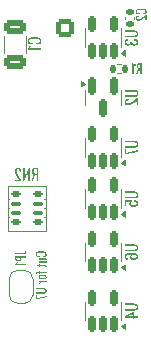
<source format=gbr>
%TF.GenerationSoftware,KiCad,Pcbnew,9.0.2*%
%TF.CreationDate,2025-08-20T10:22:47+06:00*%
%TF.ProjectId,hp3478a-fram,68703334-3738-4612-9d66-72616d2e6b69,rev?*%
%TF.SameCoordinates,Original*%
%TF.FileFunction,Legend,Bot*%
%TF.FilePolarity,Positive*%
%FSLAX46Y46*%
G04 Gerber Fmt 4.6, Leading zero omitted, Abs format (unit mm)*
G04 Created by KiCad (PCBNEW 9.0.2) date 2025-08-20 10:22:47*
%MOMM*%
%LPD*%
G01*
G04 APERTURE LIST*
G04 Aperture macros list*
%AMRoundRect*
0 Rectangle with rounded corners*
0 $1 Rounding radius*
0 $2 $3 $4 $5 $6 $7 $8 $9 X,Y pos of 4 corners*
0 Add a 4 corners polygon primitive as box body*
4,1,4,$2,$3,$4,$5,$6,$7,$8,$9,$2,$3,0*
0 Add four circle primitives for the rounded corners*
1,1,$1+$1,$2,$3*
1,1,$1+$1,$4,$5*
1,1,$1+$1,$6,$7*
1,1,$1+$1,$8,$9*
0 Add four rect primitives between the rounded corners*
20,1,$1+$1,$2,$3,$4,$5,0*
20,1,$1+$1,$4,$5,$6,$7,0*
20,1,$1+$1,$6,$7,$8,$9,0*
20,1,$1+$1,$8,$9,$2,$3,0*%
%AMFreePoly0*
4,1,23,0.500000,-0.750000,0.000000,-0.750000,0.000000,-0.745722,-0.065263,-0.745722,-0.191342,-0.711940,-0.304381,-0.646677,-0.396677,-0.554381,-0.461940,-0.441342,-0.495722,-0.315263,-0.495722,-0.250000,-0.500000,-0.250000,-0.500000,0.250000,-0.495722,0.250000,-0.495722,0.315263,-0.461940,0.441342,-0.396677,0.554381,-0.304381,0.646677,-0.191342,0.711940,-0.065263,0.745722,0.000000,0.745722,
0.000000,0.750000,0.500000,0.750000,0.500000,-0.750000,0.500000,-0.750000,$1*%
%AMFreePoly1*
4,1,23,0.000000,0.745722,0.065263,0.745722,0.191342,0.711940,0.304381,0.646677,0.396677,0.554381,0.461940,0.441342,0.495722,0.315263,0.495722,0.250000,0.500000,0.250000,0.500000,-0.250000,0.495722,-0.250000,0.495722,-0.315263,0.461940,-0.441342,0.396677,-0.554381,0.304381,-0.646677,0.191342,-0.711940,0.065263,-0.745722,0.000000,-0.745722,0.000000,-0.750000,-0.500000,-0.750000,
-0.500000,0.750000,0.000000,0.750000,0.000000,0.745722,0.000000,0.745722,$1*%
G04 Aperture macros list end*
%ADD10C,0.100000*%
%ADD11C,0.150000*%
%ADD12C,0.120000*%
%ADD13RoundRect,0.250000X-0.550000X-0.550000X0.550000X-0.550000X0.550000X0.550000X-0.550000X0.550000X0*%
%ADD14C,1.600000*%
%ADD15RoundRect,0.125000X0.275000X0.125000X-0.275000X0.125000X-0.275000X-0.125000X0.275000X-0.125000X0*%
%ADD16RoundRect,0.100000X0.300000X0.100000X-0.300000X0.100000X-0.300000X-0.100000X0.300000X-0.100000X0*%
%ADD17RoundRect,0.150000X0.150000X-0.512500X0.150000X0.512500X-0.150000X0.512500X-0.150000X-0.512500X0*%
%ADD18RoundRect,0.140000X0.170000X-0.140000X0.170000X0.140000X-0.170000X0.140000X-0.170000X-0.140000X0*%
%ADD19RoundRect,0.150000X-0.150000X0.587500X-0.150000X-0.587500X0.150000X-0.587500X0.150000X0.587500X0*%
%ADD20FreePoly0,90.000000*%
%ADD21FreePoly1,90.000000*%
%ADD22RoundRect,0.135000X0.135000X0.185000X-0.135000X0.185000X-0.135000X-0.185000X0.135000X-0.185000X0*%
%ADD23RoundRect,0.250000X-0.650000X0.325000X-0.650000X-0.325000X0.650000X-0.325000X0.650000X0.325000X0*%
G04 APERTURE END LIST*
D10*
G36*
X67174062Y-71697927D02*
G01*
X67170258Y-71643104D01*
X67159716Y-71598373D01*
X67143353Y-71561935D01*
X67121526Y-71532349D01*
X67094000Y-71508639D01*
X67053336Y-71486036D01*
X67004054Y-71468873D01*
X66944518Y-71457775D01*
X66872813Y-71453782D01*
X66552464Y-71453782D01*
X66476163Y-71457823D01*
X66414632Y-71468898D01*
X66365375Y-71485733D01*
X66326247Y-71507515D01*
X66299938Y-71530647D01*
X66278909Y-71559937D01*
X66263017Y-71596477D01*
X66252707Y-71641830D01*
X66248968Y-71697927D01*
X66253840Y-71759138D01*
X66267153Y-71807041D01*
X66287643Y-71844384D01*
X66315060Y-71873196D01*
X66348972Y-71894959D01*
X66391460Y-71911582D01*
X66444371Y-71922441D01*
X66509917Y-71926392D01*
X66581578Y-71926392D01*
X66581578Y-71806566D01*
X66517782Y-71806566D01*
X66458711Y-71804940D01*
X66421452Y-71800949D01*
X66390833Y-71790835D01*
X66367670Y-71772421D01*
X66357230Y-71755838D01*
X66350179Y-71732171D01*
X66347496Y-71699050D01*
X66350341Y-71665309D01*
X66357931Y-71640431D01*
X66369380Y-71622309D01*
X66394773Y-71601793D01*
X66429854Y-71589239D01*
X66471771Y-71583637D01*
X66533462Y-71581423D01*
X66892939Y-71581423D01*
X66958599Y-71584624D01*
X67001627Y-71592609D01*
X67036284Y-71608047D01*
X67057607Y-71629050D01*
X67069768Y-71657370D01*
X67074411Y-71699050D01*
X67071656Y-71730509D01*
X67064286Y-71753741D01*
X67053113Y-71770711D01*
X67028517Y-71789595D01*
X66994886Y-71800411D01*
X66954548Y-71804814D01*
X66894062Y-71806566D01*
X66826896Y-71806566D01*
X66826896Y-71926392D01*
X66894062Y-71926392D01*
X66963270Y-71922605D01*
X67019600Y-71912177D01*
X67065188Y-71896226D01*
X67101864Y-71875443D01*
X67131874Y-71847241D01*
X67154199Y-71809897D01*
X67168722Y-71761177D01*
X67174062Y-71697927D01*
G37*
G36*
X67172939Y-72130237D02*
G01*
X67168344Y-72097319D01*
X67155663Y-72073046D01*
X67134886Y-72055205D01*
X67108591Y-72043124D01*
X67077558Y-72035492D01*
X67040803Y-72032784D01*
X66516658Y-72032784D01*
X66516658Y-72152658D01*
X67004949Y-72152658D01*
X67039262Y-72155870D01*
X67060392Y-72163845D01*
X67073851Y-72178688D01*
X67078856Y-72204145D01*
X67075190Y-72226893D01*
X67062774Y-72254357D01*
X67038556Y-72288164D01*
X66516658Y-72288164D01*
X66516658Y-72407990D01*
X67164000Y-72407990D01*
X67164000Y-72288164D01*
X67100154Y-72288164D01*
X67133693Y-72246862D01*
X67156027Y-72207204D01*
X67168784Y-72168581D01*
X67172939Y-72130237D01*
G37*
G36*
X67172939Y-72702156D02*
G01*
X67168283Y-72657775D01*
X67155554Y-72623995D01*
X67135544Y-72598301D01*
X67107558Y-72579267D01*
X67069542Y-72566797D01*
X67018382Y-72562156D01*
X66596184Y-72562156D01*
X66596184Y-72493817D01*
X66516658Y-72493817D01*
X66516658Y-72562156D01*
X66327370Y-72562156D01*
X66327370Y-72681981D01*
X66516658Y-72681981D01*
X66516658Y-72786175D01*
X66596184Y-72786175D01*
X66596184Y-72681981D01*
X67010566Y-72681981D01*
X67046314Y-72685644D01*
X67065423Y-72694291D01*
X67076566Y-72710488D01*
X67081103Y-72741381D01*
X67077782Y-72785052D01*
X67166247Y-72785052D01*
X67171341Y-72740987D01*
X67172939Y-72702156D01*
G37*
G36*
X66605123Y-73168806D02*
G01*
X66605123Y-73091528D01*
X66516658Y-73091528D01*
X66516658Y-73168806D01*
X66483050Y-73168806D01*
X66419128Y-73171640D01*
X66374949Y-73178869D01*
X66349247Y-73188126D01*
X66328422Y-73201692D01*
X66311690Y-73219706D01*
X66299949Y-73241439D01*
X66292166Y-73270455D01*
X66289268Y-73308806D01*
X66291224Y-73347897D01*
X66297133Y-73387208D01*
X66384474Y-73387208D01*
X66378856Y-73342414D01*
X66381516Y-73321959D01*
X66388548Y-73308218D01*
X66399617Y-73299281D01*
X66423284Y-73291739D01*
X66462876Y-73288632D01*
X66516658Y-73288632D01*
X66516658Y-73387208D01*
X66605123Y-73387208D01*
X66605123Y-73288632D01*
X67164000Y-73288632D01*
X67164000Y-73168806D01*
X66605123Y-73168806D01*
G37*
G36*
X66993964Y-73443969D02*
G01*
X67042176Y-73452818D01*
X67080953Y-73466311D01*
X67111927Y-73483831D01*
X67137467Y-73507701D01*
X67156321Y-73538776D01*
X67168491Y-73578747D01*
X67172939Y-73630034D01*
X67168511Y-73680672D01*
X67156371Y-73720275D01*
X67137521Y-73751195D01*
X67111927Y-73775066D01*
X67080950Y-73792607D01*
X67042171Y-73806115D01*
X66993961Y-73814973D01*
X66934411Y-73818199D01*
X66746247Y-73818199D01*
X66686667Y-73814972D01*
X66638450Y-73806112D01*
X66599684Y-73792604D01*
X66568731Y-73775066D01*
X66543113Y-73751192D01*
X66524248Y-73720270D01*
X66512101Y-73680668D01*
X66507670Y-73630034D01*
X66596184Y-73630034D01*
X66601345Y-73658993D01*
X66615235Y-73677076D01*
X66636081Y-73688615D01*
X66662813Y-73694954D01*
X66739505Y-73698325D01*
X66942227Y-73698325D01*
X67018431Y-73694954D01*
X67044662Y-73688641D01*
X67065472Y-73677076D01*
X67079324Y-73658998D01*
X67084474Y-73630034D01*
X67079346Y-73600964D01*
X67065472Y-73582407D01*
X67044622Y-73570416D01*
X67018431Y-73563942D01*
X66942227Y-73560572D01*
X66739505Y-73560572D01*
X66662813Y-73563942D01*
X66636122Y-73570443D01*
X66615235Y-73582407D01*
X66601323Y-73600969D01*
X66596184Y-73630034D01*
X66507670Y-73630034D01*
X66512120Y-73578751D01*
X66524299Y-73538781D01*
X66543168Y-73507704D01*
X66568731Y-73483831D01*
X66599681Y-73466314D01*
X66638446Y-73452821D01*
X66686664Y-73443970D01*
X66746247Y-73440746D01*
X66934411Y-73440746D01*
X66993964Y-73443969D01*
G37*
G36*
X66516658Y-73931284D02*
G01*
X66516658Y-74051109D01*
X66608494Y-74051109D01*
X66559538Y-74087103D01*
X66531215Y-74119986D01*
X66514311Y-74156537D01*
X66508794Y-74194480D01*
X66509917Y-74213531D01*
X66642101Y-74213531D01*
X66631788Y-74178080D01*
X66628619Y-74147438D01*
X66632193Y-74119608D01*
X66642639Y-74095366D01*
X66660510Y-74074031D01*
X66691341Y-74051109D01*
X67164000Y-74051109D01*
X67164000Y-73931284D01*
X66516658Y-73931284D01*
G37*
G36*
X67174062Y-74787941D02*
G01*
X67169230Y-74725446D01*
X67156095Y-74676957D01*
X67136009Y-74639539D01*
X67107580Y-74608030D01*
X67072497Y-74583667D01*
X67029617Y-74566168D01*
X66983613Y-74555572D01*
X66927091Y-74548584D01*
X66858256Y-74546043D01*
X66256784Y-74546043D01*
X66256784Y-74666992D01*
X66863825Y-74666992D01*
X66932828Y-74670234D01*
X66983846Y-74678761D01*
X67020678Y-74691074D01*
X67043735Y-74705756D01*
X67060156Y-74725884D01*
X67070590Y-74752586D01*
X67074411Y-74787941D01*
X67070589Y-74823323D01*
X67060153Y-74850040D01*
X67043732Y-74870174D01*
X67020678Y-74884856D01*
X66983846Y-74897170D01*
X66932828Y-74905696D01*
X66863825Y-74908939D01*
X66256784Y-74908939D01*
X66256784Y-75028764D01*
X66858256Y-75028764D01*
X66927089Y-75026217D01*
X66983611Y-75019213D01*
X67029617Y-75008590D01*
X67072537Y-74991159D01*
X67107617Y-74966981D01*
X67136009Y-74935806D01*
X67156071Y-74898753D01*
X67169217Y-74850471D01*
X67174062Y-74787941D01*
G37*
G36*
X66350866Y-75359078D02*
G01*
X66350866Y-75116008D01*
X66256784Y-75116008D01*
X66256784Y-75478904D01*
X66315060Y-75478904D01*
X67164000Y-75310914D01*
X67164000Y-75195533D01*
X66350866Y-75359078D01*
G37*
D11*
G36*
X66478680Y-65515000D02*
G01*
X66320472Y-65515000D01*
X66320472Y-64982978D01*
X66197251Y-64982978D01*
X66048873Y-65515000D01*
X65896222Y-65515000D01*
X66057239Y-64946585D01*
X66016555Y-64927738D01*
X65983274Y-64900777D01*
X65956397Y-64864869D01*
X65935793Y-64818238D01*
X65922216Y-64758336D01*
X65917227Y-64682009D01*
X66069878Y-64682009D01*
X66075917Y-64751733D01*
X66091414Y-64798570D01*
X66113964Y-64828982D01*
X66146064Y-64849883D01*
X66193077Y-64864120D01*
X66260266Y-64869588D01*
X66320472Y-64869588D01*
X66320472Y-64494370D01*
X66250435Y-64494370D01*
X66183501Y-64499744D01*
X66139854Y-64513299D01*
X66106542Y-64537533D01*
X66085266Y-64572100D01*
X66074246Y-64615942D01*
X66069878Y-64682009D01*
X65917227Y-64682009D01*
X65923224Y-64601520D01*
X65939575Y-64538522D01*
X65964597Y-64489479D01*
X65997766Y-64451688D01*
X66039349Y-64423058D01*
X66093263Y-64400967D01*
X66162441Y-64386357D01*
X66250435Y-64380980D01*
X66478680Y-64380980D01*
X66478680Y-65515000D01*
G37*
G36*
X65752790Y-64380980D02*
G01*
X65644957Y-64380980D01*
X65322984Y-65134225D01*
X65322984Y-64380980D01*
X65191337Y-64380980D01*
X65191337Y-65515000D01*
X65292148Y-65515000D01*
X65618334Y-64740811D01*
X65618334Y-65515000D01*
X65752790Y-65515000D01*
X65752790Y-64380980D01*
G37*
G36*
X65044974Y-65408571D02*
G01*
X64756585Y-64959225D01*
X64728558Y-64917215D01*
X64684031Y-64841442D01*
X64657178Y-64787034D01*
X64640741Y-64731978D01*
X64634768Y-64662409D01*
X64638253Y-64608596D01*
X64647557Y-64567995D01*
X64661391Y-64537784D01*
X64682325Y-64514060D01*
X64710436Y-64499594D01*
X64748158Y-64494370D01*
X64787456Y-64499632D01*
X64818723Y-64514529D01*
X64843951Y-64539302D01*
X64863777Y-64576192D01*
X64877363Y-64629067D01*
X64882553Y-64703014D01*
X64882553Y-64740811D01*
X65032396Y-64740811D01*
X65032396Y-64701610D01*
X65027560Y-64620537D01*
X65014196Y-64554283D01*
X64993625Y-64500348D01*
X64966572Y-64456634D01*
X64930655Y-64420758D01*
X64885053Y-64394328D01*
X64827583Y-64377365D01*
X64755180Y-64371210D01*
X64688305Y-64376617D01*
X64633634Y-64391681D01*
X64588844Y-64415349D01*
X64552214Y-64447536D01*
X64523537Y-64487268D01*
X64502166Y-64535361D01*
X64488488Y-64593503D01*
X64483582Y-64663813D01*
X64487818Y-64730266D01*
X64499702Y-64786301D01*
X64517903Y-64837874D01*
X64538170Y-64879419D01*
X64608146Y-64991404D01*
X64868570Y-65388970D01*
X64510144Y-65388970D01*
X64510144Y-65515000D01*
X65044974Y-65515000D01*
X65044974Y-65408571D01*
G37*
G36*
X74927578Y-76162701D02*
G01*
X74921538Y-76084582D01*
X74905119Y-76023971D01*
X74880012Y-75977199D01*
X74844475Y-75937813D01*
X74800621Y-75907359D01*
X74747021Y-75885485D01*
X74689516Y-75872240D01*
X74618863Y-75863505D01*
X74532821Y-75860328D01*
X73780980Y-75860328D01*
X73780980Y-76011515D01*
X74539781Y-76011515D01*
X74626035Y-76015568D01*
X74689807Y-76026226D01*
X74735847Y-76041618D01*
X74764669Y-76059970D01*
X74785195Y-76085130D01*
X74798238Y-76118508D01*
X74803014Y-76162701D01*
X74798237Y-76206928D01*
X74785192Y-76240325D01*
X74764665Y-76265493D01*
X74735847Y-76283846D01*
X74689807Y-76299237D01*
X74626035Y-76309896D01*
X74539781Y-76313948D01*
X73780980Y-76313948D01*
X73780980Y-76463730D01*
X74532821Y-76463730D01*
X74618861Y-76460547D01*
X74689514Y-76451791D01*
X74747021Y-76438512D01*
X74800671Y-76416723D01*
X74844521Y-76386501D01*
X74880012Y-76347532D01*
X74905088Y-76301216D01*
X74921521Y-76240864D01*
X74927578Y-76162701D01*
G37*
G36*
X74611222Y-76926998D02*
G01*
X74915000Y-76926998D01*
X74915000Y-77069819D01*
X74611222Y-77069819D01*
X74611222Y-77197192D01*
X74478171Y-77197192D01*
X74478171Y-77069819D01*
X73780980Y-77069819D01*
X73780980Y-76926998D01*
X73963002Y-76926998D01*
X74478171Y-76926998D01*
X74478171Y-76742228D01*
X73963002Y-76926998D01*
X73780980Y-76926998D01*
X73780980Y-76893415D01*
X74454419Y-76598003D01*
X74611222Y-76598003D01*
X74611222Y-76926998D01*
G37*
G36*
X75642062Y-51141835D02*
G01*
X75638258Y-51087012D01*
X75627716Y-51042281D01*
X75611353Y-51005843D01*
X75589526Y-50976257D01*
X75562000Y-50952547D01*
X75521336Y-50929944D01*
X75472054Y-50912781D01*
X75412518Y-50901683D01*
X75340813Y-50897690D01*
X75020464Y-50897690D01*
X74944163Y-50901731D01*
X74882632Y-50912806D01*
X74833375Y-50929641D01*
X74794247Y-50951423D01*
X74767938Y-50974555D01*
X74746909Y-51003845D01*
X74731017Y-51040385D01*
X74720707Y-51085738D01*
X74716968Y-51141835D01*
X74721840Y-51203046D01*
X74735153Y-51250949D01*
X74755643Y-51288292D01*
X74783060Y-51317104D01*
X74816972Y-51338867D01*
X74859460Y-51355490D01*
X74912371Y-51366349D01*
X74977917Y-51370300D01*
X75049578Y-51370300D01*
X75049578Y-51250474D01*
X74985782Y-51250474D01*
X74926711Y-51248848D01*
X74889452Y-51244857D01*
X74858833Y-51234743D01*
X74835670Y-51216329D01*
X74825230Y-51199746D01*
X74818179Y-51176079D01*
X74815496Y-51142958D01*
X74818341Y-51109217D01*
X74825931Y-51084339D01*
X74837380Y-51066217D01*
X74862773Y-51045701D01*
X74897854Y-51033147D01*
X74939771Y-51027545D01*
X75001462Y-51025331D01*
X75360939Y-51025331D01*
X75426599Y-51028532D01*
X75469627Y-51036517D01*
X75504284Y-51051955D01*
X75525607Y-51072958D01*
X75537768Y-51101278D01*
X75542411Y-51142958D01*
X75539656Y-51174417D01*
X75532286Y-51197649D01*
X75521113Y-51214619D01*
X75496517Y-51233503D01*
X75462886Y-51244319D01*
X75422548Y-51248722D01*
X75362062Y-51250474D01*
X75294896Y-51250474D01*
X75294896Y-51370300D01*
X75362062Y-51370300D01*
X75431270Y-51366513D01*
X75487600Y-51356085D01*
X75533188Y-51340134D01*
X75569864Y-51319351D01*
X75599874Y-51291149D01*
X75622199Y-51253805D01*
X75636722Y-51205085D01*
X75642062Y-51141835D01*
G37*
G36*
X75546856Y-51466629D02*
G01*
X75187380Y-51697341D01*
X75153772Y-51719762D01*
X75093154Y-51755384D01*
X75049627Y-51776866D01*
X75005582Y-51790016D01*
X74949927Y-51794794D01*
X74906877Y-51792006D01*
X74874396Y-51784563D01*
X74850227Y-51773496D01*
X74831248Y-51756748D01*
X74819675Y-51734260D01*
X74815496Y-51704082D01*
X74819706Y-51672644D01*
X74831623Y-51647630D01*
X74851442Y-51627448D01*
X74880953Y-51611587D01*
X74923253Y-51600719D01*
X74982411Y-51596566D01*
X75012648Y-51596566D01*
X75012648Y-51476692D01*
X74981288Y-51476692D01*
X74916430Y-51480561D01*
X74863427Y-51491251D01*
X74820278Y-51507708D01*
X74785307Y-51529351D01*
X74756607Y-51558085D01*
X74735462Y-51594566D01*
X74721892Y-51640542D01*
X74716968Y-51698464D01*
X74721293Y-51751964D01*
X74733345Y-51795702D01*
X74752279Y-51831534D01*
X74778029Y-51860837D01*
X74809814Y-51883779D01*
X74848288Y-51900876D01*
X74894803Y-51911818D01*
X74951050Y-51915743D01*
X75004213Y-51912354D01*
X75049041Y-51902847D01*
X75090299Y-51888286D01*
X75123535Y-51872072D01*
X75213123Y-51816092D01*
X75531176Y-51607753D01*
X75531176Y-51894494D01*
X75632000Y-51894494D01*
X75632000Y-51466629D01*
X75546856Y-51466629D01*
G37*
G36*
X74927578Y-53029597D02*
G01*
X74921538Y-52951478D01*
X74905119Y-52890867D01*
X74880012Y-52844095D01*
X74844475Y-52804709D01*
X74800621Y-52774255D01*
X74747021Y-52752381D01*
X74689516Y-52739136D01*
X74618863Y-52730401D01*
X74532821Y-52727224D01*
X73780980Y-52727224D01*
X73780980Y-52878411D01*
X74539781Y-52878411D01*
X74626035Y-52882464D01*
X74689807Y-52893122D01*
X74735847Y-52908514D01*
X74764669Y-52926866D01*
X74785195Y-52952026D01*
X74798238Y-52985404D01*
X74803014Y-53029597D01*
X74798237Y-53073824D01*
X74785192Y-53107221D01*
X74764665Y-53132389D01*
X74735847Y-53150742D01*
X74689807Y-53166133D01*
X74626035Y-53176792D01*
X74539781Y-53180844D01*
X73780980Y-53180844D01*
X73780980Y-53330626D01*
X74532821Y-53330626D01*
X74618861Y-53327443D01*
X74689514Y-53318687D01*
X74747021Y-53305408D01*
X74800671Y-53283619D01*
X74844521Y-53253397D01*
X74880012Y-53214428D01*
X74905088Y-53168112D01*
X74921521Y-53107760D01*
X74927578Y-53029597D01*
G37*
G36*
X74927578Y-53742115D02*
G01*
X74922188Y-53674511D01*
X74907144Y-53618970D01*
X74883484Y-53573232D01*
X74851313Y-53535607D01*
X74811403Y-53505925D01*
X74763427Y-53483927D01*
X74705770Y-53469911D01*
X74636379Y-53464899D01*
X74598583Y-53464899D01*
X74598583Y-53613276D01*
X74623801Y-53613276D01*
X74681420Y-53618531D01*
X74724781Y-53628975D01*
X74756852Y-53643379D01*
X74781632Y-53665346D01*
X74797220Y-53697062D01*
X74803014Y-53742115D01*
X74796493Y-53789395D01*
X74778884Y-53822406D01*
X74750502Y-53845002D01*
X74714260Y-53858960D01*
X74663580Y-53868615D01*
X74594370Y-53872296D01*
X74531615Y-53867828D01*
X74482887Y-53855712D01*
X74445321Y-53837308D01*
X74415443Y-53810066D01*
X74395546Y-53773230D01*
X74385786Y-53723918D01*
X74384382Y-53702914D01*
X74234600Y-53702914D01*
X74234600Y-53722514D01*
X74227853Y-53774201D01*
X74213434Y-53811245D01*
X74192590Y-53837308D01*
X74164146Y-53855269D01*
X74122327Y-53867563D01*
X74062409Y-53872296D01*
X74006744Y-53868586D01*
X73965601Y-53858762D01*
X73935708Y-53844269D01*
X73913056Y-53822207D01*
X73898501Y-53789903D01*
X73893026Y-53743519D01*
X73898867Y-53697516D01*
X73914509Y-53665393D01*
X73939249Y-53643379D01*
X73971314Y-53629052D01*
X74015455Y-53618577D01*
X74074987Y-53613276D01*
X74098801Y-53613276D01*
X74098801Y-53464899D01*
X74061004Y-53464899D01*
X73991592Y-53469922D01*
X73934077Y-53483954D01*
X73886363Y-53505951D01*
X73846803Y-53535607D01*
X73815004Y-53573179D01*
X73791543Y-53619090D01*
X73776582Y-53675094D01*
X73771210Y-53743519D01*
X73776626Y-53811892D01*
X73791715Y-53867868D01*
X73815398Y-53913778D01*
X73847536Y-53951370D01*
X73887417Y-53981050D01*
X73935371Y-54003047D01*
X73993016Y-54017065D01*
X74062409Y-54022078D01*
X74127431Y-54016778D01*
X74180835Y-54001979D01*
X74224830Y-53978664D01*
X74262262Y-53946215D01*
X74290522Y-53906939D01*
X74310193Y-53859717D01*
X74331437Y-53907118D01*
X74363226Y-53946664D01*
X74406791Y-53979396D01*
X74457089Y-54002144D01*
X74518779Y-54016792D01*
X74594370Y-54022078D01*
X74674427Y-54017157D01*
X74740598Y-54003481D01*
X74795177Y-53982277D01*
X74840078Y-53954178D01*
X74877068Y-53917155D01*
X74904127Y-53870942D01*
X74921363Y-53813543D01*
X74927578Y-53742115D01*
G37*
G36*
X74927578Y-62368100D02*
G01*
X74921538Y-62289981D01*
X74905119Y-62229370D01*
X74880012Y-62182598D01*
X74844475Y-62143212D01*
X74800621Y-62112758D01*
X74747021Y-62090884D01*
X74689516Y-62077639D01*
X74618863Y-62068904D01*
X74532821Y-62065727D01*
X73780980Y-62065727D01*
X73780980Y-62216914D01*
X74539781Y-62216914D01*
X74626035Y-62220967D01*
X74689807Y-62231625D01*
X74735847Y-62247017D01*
X74764669Y-62265369D01*
X74785195Y-62290529D01*
X74798238Y-62323907D01*
X74803014Y-62368100D01*
X74798237Y-62412327D01*
X74785192Y-62445724D01*
X74764665Y-62470892D01*
X74735847Y-62489245D01*
X74689807Y-62504636D01*
X74626035Y-62515295D01*
X74539781Y-62519347D01*
X73780980Y-62519347D01*
X73780980Y-62669129D01*
X74532821Y-62669129D01*
X74618861Y-62665946D01*
X74689514Y-62657190D01*
X74747021Y-62643911D01*
X74800671Y-62622122D01*
X74844521Y-62591900D01*
X74880012Y-62552931D01*
X74905088Y-62506615D01*
X74921521Y-62446263D01*
X74927578Y-62368100D01*
G37*
G36*
X73898583Y-63082022D02*
G01*
X73898583Y-62778184D01*
X73780980Y-62778184D01*
X73780980Y-63231804D01*
X73853825Y-63231804D01*
X74915000Y-63021816D01*
X74915000Y-62877591D01*
X73898583Y-63082022D01*
G37*
G36*
X74927578Y-58066120D02*
G01*
X74921538Y-57988001D01*
X74905119Y-57927390D01*
X74880012Y-57880618D01*
X74844475Y-57841232D01*
X74800621Y-57810778D01*
X74747021Y-57788904D01*
X74689516Y-57775659D01*
X74618863Y-57766924D01*
X74532821Y-57763747D01*
X73780980Y-57763747D01*
X73780980Y-57914934D01*
X74539781Y-57914934D01*
X74626035Y-57918987D01*
X74689807Y-57929645D01*
X74735847Y-57945037D01*
X74764669Y-57963389D01*
X74785195Y-57988549D01*
X74798238Y-58021927D01*
X74803014Y-58066120D01*
X74798237Y-58110347D01*
X74785192Y-58143744D01*
X74764665Y-58168912D01*
X74735847Y-58187265D01*
X74689807Y-58202656D01*
X74626035Y-58213315D01*
X74539781Y-58217367D01*
X73780980Y-58217367D01*
X73780980Y-58367149D01*
X74532821Y-58367149D01*
X74618861Y-58363966D01*
X74689514Y-58355210D01*
X74747021Y-58341931D01*
X74800671Y-58320142D01*
X74844521Y-58289920D01*
X74880012Y-58250951D01*
X74905088Y-58204635D01*
X74921521Y-58144283D01*
X74927578Y-58066120D01*
G37*
G36*
X74808571Y-58502826D02*
G01*
X74359225Y-58791216D01*
X74317215Y-58819243D01*
X74241442Y-58863769D01*
X74187034Y-58890623D01*
X74131978Y-58907060D01*
X74062409Y-58913032D01*
X74008596Y-58909548D01*
X73967995Y-58900244D01*
X73937784Y-58886410D01*
X73914060Y-58865475D01*
X73899594Y-58837365D01*
X73894370Y-58799642D01*
X73899632Y-58760345D01*
X73914529Y-58729078D01*
X73939302Y-58703850D01*
X73976192Y-58684024D01*
X74029067Y-58670438D01*
X74103014Y-58665248D01*
X74140811Y-58665248D01*
X74140811Y-58515405D01*
X74101610Y-58515405D01*
X74020537Y-58520241D01*
X73954283Y-58533604D01*
X73900348Y-58554176D01*
X73856634Y-58581228D01*
X73820758Y-58617146D01*
X73794328Y-58662748D01*
X73777365Y-58720218D01*
X73771210Y-58792620D01*
X73776617Y-58859496D01*
X73791681Y-58914167D01*
X73815349Y-58958957D01*
X73847536Y-58995586D01*
X73887268Y-59024264D01*
X73935361Y-59045635D01*
X73993503Y-59059313D01*
X74063813Y-59064218D01*
X74130266Y-59059982D01*
X74186301Y-59048098D01*
X74237874Y-59029898D01*
X74279419Y-59009630D01*
X74391404Y-58939655D01*
X74788970Y-58679231D01*
X74788970Y-59037657D01*
X74915000Y-59037657D01*
X74915000Y-58502826D01*
X74808571Y-58502826D01*
G37*
G36*
X65362537Y-71449337D02*
G01*
X65359403Y-71502693D01*
X65351937Y-71533894D01*
X65336887Y-71556933D01*
X65312760Y-71571410D01*
X65280285Y-71578530D01*
X65224784Y-71581522D01*
X64524784Y-71581522D01*
X64524784Y-71706965D01*
X65227031Y-71706965D01*
X65304509Y-71702234D01*
X65357554Y-71690161D01*
X65387578Y-71675809D01*
X65411373Y-71655985D01*
X65429801Y-71630224D01*
X65442030Y-71600492D01*
X65450238Y-71561179D01*
X65453297Y-71509861D01*
X65453297Y-71449337D01*
X65362537Y-71449337D01*
G37*
G36*
X65432000Y-71975485D02*
G01*
X65009752Y-71975485D01*
X65009752Y-72075185D01*
X65005415Y-72129214D01*
X64993290Y-72173739D01*
X64974183Y-72210536D01*
X64948154Y-72240928D01*
X64915931Y-72264962D01*
X64877344Y-72282738D01*
X64831128Y-72294044D01*
X64775670Y-72298081D01*
X64713183Y-72294161D01*
X64662499Y-72283353D01*
X64621550Y-72266730D01*
X64588629Y-72244836D01*
X64562067Y-72216166D01*
X64542268Y-72179490D01*
X64529454Y-72132954D01*
X64524784Y-72074062D01*
X64524784Y-72034885D01*
X64615496Y-72034885D01*
X64619491Y-72094241D01*
X64628978Y-72128381D01*
X64640042Y-72145989D01*
X64655111Y-72159097D01*
X64674896Y-72168144D01*
X64712006Y-72175207D01*
X64776794Y-72178207D01*
X64830321Y-72174345D01*
X64864184Y-72164773D01*
X64889931Y-72147001D01*
X64906731Y-72120517D01*
X64915520Y-72086429D01*
X64919041Y-72033762D01*
X64919041Y-71975485D01*
X64615496Y-71975485D01*
X64615496Y-72034885D01*
X64524784Y-72034885D01*
X64524784Y-71848919D01*
X65432000Y-71848919D01*
X65432000Y-71975485D01*
G37*
G36*
X64681588Y-72506860D02*
G01*
X64684951Y-72497875D01*
X64697268Y-72439058D01*
X64714072Y-72348933D01*
X64623360Y-72348933D01*
X64602691Y-72418263D01*
X64578976Y-72470461D01*
X64552922Y-72508807D01*
X64524784Y-72535974D01*
X64524784Y-72626685D01*
X65432000Y-72626685D01*
X65432000Y-72506860D01*
X64681588Y-72506860D01*
G37*
G36*
X74927578Y-66667585D02*
G01*
X74921538Y-66589466D01*
X74905119Y-66528855D01*
X74880012Y-66482083D01*
X74844475Y-66442697D01*
X74800621Y-66412243D01*
X74747021Y-66390369D01*
X74689516Y-66377124D01*
X74618863Y-66368389D01*
X74532821Y-66365212D01*
X73780980Y-66365212D01*
X73780980Y-66516399D01*
X74539781Y-66516399D01*
X74626035Y-66520452D01*
X74689807Y-66531110D01*
X74735847Y-66546502D01*
X74764669Y-66564854D01*
X74785195Y-66590014D01*
X74798238Y-66623392D01*
X74803014Y-66667585D01*
X74798237Y-66711812D01*
X74785192Y-66745209D01*
X74764665Y-66770377D01*
X74735847Y-66788730D01*
X74689807Y-66804121D01*
X74626035Y-66814780D01*
X74539781Y-66818832D01*
X73780980Y-66818832D01*
X73780980Y-66968614D01*
X74532821Y-66968614D01*
X74618861Y-66965431D01*
X74689514Y-66956675D01*
X74747021Y-66943396D01*
X74800671Y-66921607D01*
X74844521Y-66891385D01*
X74880012Y-66852416D01*
X74905088Y-66806100D01*
X74921521Y-66745748D01*
X74927578Y-66667585D01*
G37*
G36*
X74926174Y-67387125D02*
G01*
X74920082Y-67313693D01*
X74903403Y-67256151D01*
X74877620Y-67211185D01*
X74842887Y-67176404D01*
X74800352Y-67150459D01*
X74746865Y-67130537D01*
X74680072Y-67117478D01*
X74597178Y-67112718D01*
X74597178Y-67262500D01*
X74660522Y-67265820D01*
X74710613Y-67274834D01*
X74749830Y-67288389D01*
X74774591Y-67304130D01*
X74792124Y-67325397D01*
X74803194Y-67353287D01*
X74807227Y-67389872D01*
X74803070Y-67426626D01*
X74791687Y-67454370D01*
X74773644Y-67475296D01*
X74735964Y-67497683D01*
X74684740Y-67511017D01*
X74624761Y-67516537D01*
X74536973Y-67518710D01*
X74455878Y-67516138D01*
X74400502Y-67509612D01*
X74353861Y-67495248D01*
X74322100Y-67473159D01*
X74307613Y-67453256D01*
X74298258Y-67426654D01*
X74294806Y-67391277D01*
X74301502Y-67350419D01*
X74321428Y-67315012D01*
X74351343Y-67286247D01*
X74388595Y-67265308D01*
X74388595Y-67137875D01*
X73780980Y-67137875D01*
X73780980Y-67626483D01*
X73930823Y-67626483D01*
X73930823Y-67273674D01*
X74244370Y-67263904D01*
X74217378Y-67295892D01*
X74197874Y-67333104D01*
X74185705Y-67376563D01*
X74181416Y-67427669D01*
X74187675Y-67491504D01*
X74204994Y-67541928D01*
X74232346Y-67581869D01*
X74270321Y-67613171D01*
X74315099Y-67635782D01*
X74369886Y-67653121D01*
X74436583Y-67664412D01*
X74517372Y-67668492D01*
X74616433Y-67663805D01*
X74697870Y-67650869D01*
X74764396Y-67631096D01*
X74818401Y-67605478D01*
X74856345Y-67577401D01*
X74885782Y-67542747D01*
X74907451Y-67500606D01*
X74921234Y-67449423D01*
X74926174Y-67387125D01*
G37*
G36*
X74927578Y-71149023D02*
G01*
X74921538Y-71070904D01*
X74905119Y-71010293D01*
X74880012Y-70963521D01*
X74844475Y-70924135D01*
X74800621Y-70893681D01*
X74747021Y-70871807D01*
X74689516Y-70858562D01*
X74618863Y-70849827D01*
X74532821Y-70846650D01*
X73780980Y-70846650D01*
X73780980Y-70997837D01*
X74539781Y-70997837D01*
X74626035Y-71001890D01*
X74689807Y-71012548D01*
X74735847Y-71027940D01*
X74764669Y-71046292D01*
X74785195Y-71071452D01*
X74798238Y-71104830D01*
X74803014Y-71149023D01*
X74798237Y-71193250D01*
X74785192Y-71226647D01*
X74764665Y-71251815D01*
X74735847Y-71270168D01*
X74689807Y-71285559D01*
X74626035Y-71296218D01*
X74539781Y-71300270D01*
X73780980Y-71300270D01*
X73780980Y-71450052D01*
X74532821Y-71450052D01*
X74618861Y-71446869D01*
X74689514Y-71438113D01*
X74747021Y-71424834D01*
X74800671Y-71403045D01*
X74844521Y-71372823D01*
X74880012Y-71333854D01*
X74905088Y-71287538D01*
X74921521Y-71227186D01*
X74927578Y-71149023D01*
G37*
G36*
X74639234Y-71614433D02*
G01*
X74710985Y-71628212D01*
X74772291Y-71649866D01*
X74824691Y-71678847D01*
X74869368Y-71717537D01*
X74901010Y-71764110D01*
X74920627Y-71820120D01*
X74927578Y-71888102D01*
X74920607Y-71958505D01*
X74901071Y-72015761D01*
X74869832Y-72062642D01*
X74826095Y-72100899D01*
X74774429Y-72129532D01*
X74713634Y-72150980D01*
X74642110Y-72164663D01*
X74557978Y-72169531D01*
X74476985Y-72165348D01*
X74411093Y-72153844D01*
X74357836Y-72136295D01*
X74315078Y-72113538D01*
X74279263Y-72082178D01*
X74253150Y-72041754D01*
X74236454Y-71990232D01*
X74230387Y-71924555D01*
X74234039Y-71888102D01*
X74343777Y-71888102D01*
X74347863Y-71926893D01*
X74358888Y-71955456D01*
X74376017Y-71976335D01*
X74411841Y-71998703D01*
X74458632Y-72011322D01*
X74513400Y-72016354D01*
X74594370Y-72018344D01*
X74656510Y-72014537D01*
X74706169Y-72004121D01*
X74745617Y-71988242D01*
X74777436Y-71963813D01*
X74796302Y-71931334D01*
X74803014Y-71888102D01*
X74796295Y-71845903D01*
X74777284Y-71813857D01*
X74744945Y-71789428D01*
X74705008Y-71773598D01*
X74654250Y-71763157D01*
X74590218Y-71759325D01*
X74420774Y-71759325D01*
X74391221Y-71782077D01*
X74366186Y-71811837D01*
X74349499Y-71846954D01*
X74343777Y-71888102D01*
X74234039Y-71888102D01*
X74235887Y-71869650D01*
X74251392Y-71824416D01*
X74276627Y-71786369D01*
X74308789Y-71759325D01*
X74136598Y-71759325D01*
X74047702Y-71764704D01*
X73985392Y-71778611D01*
X73943138Y-71798464D01*
X73915757Y-71822942D01*
X73899859Y-71852249D01*
X73894370Y-71888102D01*
X73899673Y-71933703D01*
X73913783Y-71965601D01*
X73935708Y-71987509D01*
X73964762Y-72001870D01*
X74006169Y-72011754D01*
X74063813Y-72015536D01*
X74063813Y-72166722D01*
X74047021Y-72165318D01*
X73980639Y-72158978D01*
X73925708Y-72144001D01*
X73880212Y-72121318D01*
X73842590Y-72091129D01*
X73812492Y-72053478D01*
X73790321Y-72008201D01*
X73776240Y-71953749D01*
X73771210Y-71888102D01*
X73776107Y-71828506D01*
X73789866Y-71778885D01*
X73811684Y-71737387D01*
X73841592Y-71702646D01*
X73880448Y-71673901D01*
X73935391Y-71647389D01*
X74001153Y-71627224D01*
X74079631Y-71614208D01*
X74172990Y-71609543D01*
X74555230Y-71609543D01*
X74639234Y-71614433D01*
G37*
G36*
X75241395Y-56432000D02*
G01*
X75114829Y-56432000D01*
X75114829Y-56006382D01*
X75016252Y-56006382D01*
X74897550Y-56432000D01*
X74775429Y-56432000D01*
X74904242Y-55977268D01*
X74871695Y-55962190D01*
X74845070Y-55940622D01*
X74823569Y-55911895D01*
X74807086Y-55874590D01*
X74796224Y-55826669D01*
X74792233Y-55765607D01*
X74914354Y-55765607D01*
X74919185Y-55821386D01*
X74931582Y-55858856D01*
X74949623Y-55883186D01*
X74975302Y-55899906D01*
X75012913Y-55911296D01*
X75066664Y-55915670D01*
X75114829Y-55915670D01*
X75114829Y-55615496D01*
X75058799Y-55615496D01*
X75005252Y-55619795D01*
X74970334Y-55630639D01*
X74943685Y-55650026D01*
X74926664Y-55677680D01*
X74917848Y-55712754D01*
X74914354Y-55765607D01*
X74792233Y-55765607D01*
X74797030Y-55701216D01*
X74810111Y-55650817D01*
X74830129Y-55611583D01*
X74856664Y-55581351D01*
X74889930Y-55558446D01*
X74933062Y-55540773D01*
X74988404Y-55529086D01*
X75058799Y-55524784D01*
X75241395Y-55524784D01*
X75241395Y-56432000D01*
G37*
G36*
X74539685Y-55681588D02*
G01*
X74548671Y-55684951D01*
X74607487Y-55697268D01*
X74697613Y-55714072D01*
X74697613Y-55623360D01*
X74628283Y-55602691D01*
X74576084Y-55578976D01*
X74537739Y-55552922D01*
X74510572Y-55524784D01*
X74419860Y-55524784D01*
X74419860Y-56432000D01*
X74539685Y-56432000D01*
X74539685Y-55681588D01*
G37*
G36*
X66727578Y-53634936D02*
G01*
X66722823Y-53566407D01*
X66709645Y-53510494D01*
X66689191Y-53464945D01*
X66661908Y-53427964D01*
X66627500Y-53398326D01*
X66576670Y-53370072D01*
X66515068Y-53348618D01*
X66440648Y-53334746D01*
X66351017Y-53329754D01*
X65950580Y-53329754D01*
X65855203Y-53334806D01*
X65778290Y-53348649D01*
X65716718Y-53369694D01*
X65667808Y-53396921D01*
X65634922Y-53425836D01*
X65608636Y-53462448D01*
X65588772Y-53508123D01*
X65575884Y-53564815D01*
X65571210Y-53634936D01*
X65577301Y-53711449D01*
X65593942Y-53771329D01*
X65619553Y-53818007D01*
X65653825Y-53854022D01*
X65696215Y-53881226D01*
X65749326Y-53902005D01*
X65815464Y-53915578D01*
X65897397Y-53920517D01*
X65986973Y-53920517D01*
X65986973Y-53770735D01*
X65907227Y-53770735D01*
X65833389Y-53768702D01*
X65786816Y-53763713D01*
X65748541Y-53751071D01*
X65719588Y-53728053D01*
X65706537Y-53707325D01*
X65697724Y-53677741D01*
X65694370Y-53636340D01*
X65697926Y-53594163D01*
X65707414Y-53563066D01*
X65721725Y-53540414D01*
X65753467Y-53514769D01*
X65797318Y-53499076D01*
X65849713Y-53492073D01*
X65926828Y-53489306D01*
X66376174Y-53489306D01*
X66458248Y-53493307D01*
X66512034Y-53503289D01*
X66555355Y-53522586D01*
X66582009Y-53548840D01*
X66597210Y-53584240D01*
X66603014Y-53636340D01*
X66599570Y-53675663D01*
X66590358Y-53704703D01*
X66576392Y-53725916D01*
X66545647Y-53749521D01*
X66503607Y-53763041D01*
X66453185Y-53768544D01*
X66377578Y-53770735D01*
X66293620Y-53770735D01*
X66293620Y-53920517D01*
X66377578Y-53920517D01*
X66464088Y-53915783D01*
X66534500Y-53902749D01*
X66591486Y-53882810D01*
X66637330Y-53856830D01*
X66674842Y-53821579D01*
X66702749Y-53774898D01*
X66720903Y-53713998D01*
X66727578Y-53634936D01*
G37*
G36*
X65776985Y-54222950D02*
G01*
X65781188Y-54211719D01*
X65796585Y-54138198D01*
X65817590Y-54025541D01*
X65704200Y-54025541D01*
X65678364Y-54112204D01*
X65648720Y-54177452D01*
X65616152Y-54225384D01*
X65580980Y-54259343D01*
X65580980Y-54372732D01*
X66715000Y-54372732D01*
X66715000Y-54222950D01*
X65776985Y-54222950D01*
G37*
D12*
%TO.C,RN2*%
X63900000Y-65900000D02*
X63900000Y-69700000D01*
X63900000Y-67800000D02*
X64027000Y-67800000D01*
X63900000Y-69700000D02*
X67100000Y-69700000D01*
X64027000Y-67025300D02*
X63912700Y-67025300D01*
X64027000Y-68574700D02*
X63912700Y-68574700D01*
X66973000Y-67025300D02*
X67087300Y-67025300D01*
X66973000Y-68574700D02*
X67087300Y-68574700D01*
X67100000Y-65900000D02*
X63900000Y-65900000D01*
X67100000Y-67800000D02*
X66973000Y-67800000D01*
X67100000Y-69700000D02*
X67100000Y-65900000D01*
%TO.C,U4*%
X70390000Y-76500000D02*
X70390000Y-75700000D01*
X70390000Y-76500000D02*
X70390000Y-77300000D01*
X73510000Y-76500000D02*
X73510000Y-75700000D01*
X73510000Y-76500000D02*
X73510000Y-77300000D01*
X73790000Y-78040000D02*
X73460000Y-77800000D01*
X73790000Y-77560000D01*
X73790000Y-78040000D01*
G36*
X73790000Y-78040000D02*
G01*
X73460000Y-77800000D01*
X73790000Y-77560000D01*
X73790000Y-78040000D01*
G37*
%TO.C,C2*%
X73840000Y-51807836D02*
X73840000Y-51592164D01*
X74560000Y-51807836D02*
X74560000Y-51592164D01*
%TO.C,U3*%
X70390000Y-53362500D02*
X70390000Y-52562500D01*
X70390000Y-53362500D02*
X70390000Y-54162500D01*
X73510000Y-53362500D02*
X73510000Y-52562500D01*
X73510000Y-53362500D02*
X73510000Y-54162500D01*
X73790000Y-54902500D02*
X73460000Y-54662500D01*
X73790000Y-54422500D01*
X73790000Y-54902500D01*
G36*
X73790000Y-54902500D02*
G01*
X73460000Y-54662500D01*
X73790000Y-54422500D01*
X73790000Y-54902500D01*
G37*
%TO.C,U7*%
X70390000Y-62637500D02*
X70390000Y-61837500D01*
X70390000Y-62637500D02*
X70390000Y-63437500D01*
X73510000Y-62637500D02*
X73510000Y-61837500D01*
X73510000Y-62637500D02*
X73510000Y-63437500D01*
X73790000Y-64177500D02*
X73460000Y-63937500D01*
X73790000Y-63697500D01*
X73790000Y-64177500D01*
G36*
X73790000Y-64177500D02*
G01*
X73460000Y-63937500D01*
X73790000Y-63697500D01*
X73790000Y-64177500D01*
G37*
%TO.C,U2*%
X70390000Y-58400000D02*
X70390000Y-57750000D01*
X70390000Y-58400000D02*
X70390000Y-59050000D01*
X73510000Y-58400000D02*
X73510000Y-57750000D01*
X73510000Y-58400000D02*
X73510000Y-59050000D01*
X70440000Y-57237500D02*
X70110000Y-57477500D01*
X70110000Y-56997500D01*
X70440000Y-57237500D01*
G36*
X70440000Y-57237500D02*
G01*
X70110000Y-57477500D01*
X70110000Y-56997500D01*
X70440000Y-57237500D01*
G37*
%TO.C,JP1*%
X64000000Y-73750000D02*
X64000000Y-75150000D01*
X64700000Y-75850000D02*
X65300000Y-75850000D01*
X65300000Y-73050000D02*
X64700000Y-73050000D01*
X66000000Y-75150000D02*
X66000000Y-73750000D01*
X64000000Y-73750000D02*
G75*
G02*
X64700000Y-73050000I700000J0D01*
G01*
X64700000Y-75850000D02*
G75*
G02*
X64000000Y-75150000I-1J699999D01*
G01*
X65300000Y-73050000D02*
G75*
G02*
X66000000Y-73750000I0J-700000D01*
G01*
X66000000Y-75150000D02*
G75*
G02*
X65300000Y-75850000I-699999J-1D01*
G01*
%TO.C,U5*%
X70390000Y-67000000D02*
X70390000Y-66200000D01*
X70390000Y-67000000D02*
X70390000Y-67800000D01*
X73510000Y-67000000D02*
X73510000Y-66200000D01*
X73510000Y-67000000D02*
X73510000Y-67800000D01*
X73790000Y-68540000D02*
X73460000Y-68300000D01*
X73790000Y-68060000D01*
X73790000Y-68540000D01*
G36*
X73790000Y-68540000D02*
G01*
X73460000Y-68300000D01*
X73790000Y-68060000D01*
X73790000Y-68540000D01*
G37*
%TO.C,U6*%
X70390000Y-71500000D02*
X70390000Y-70700000D01*
X70390000Y-71500000D02*
X70390000Y-72300000D01*
X73510000Y-71500000D02*
X73510000Y-70700000D01*
X73510000Y-71500000D02*
X73510000Y-72300000D01*
X73790000Y-73040000D02*
X73460000Y-72800000D01*
X73790000Y-72560000D01*
X73790000Y-73040000D01*
G36*
X73790000Y-73040000D02*
G01*
X73460000Y-72800000D01*
X73790000Y-72560000D01*
X73790000Y-73040000D01*
G37*
%TO.C,R1*%
X73453641Y-55620000D02*
X73146359Y-55620000D01*
X73453641Y-56380000D02*
X73146359Y-56380000D01*
%TO.C,C1*%
X63590000Y-53188748D02*
X63590000Y-54611252D01*
X65410000Y-53188748D02*
X65410000Y-54611252D01*
%TD*%
%LPC*%
%TO.C,JP1*%
G36*
X65750000Y-74600000D02*
G01*
X64250000Y-74600000D01*
X64250000Y-74300000D01*
X65750000Y-74300000D01*
X65750000Y-74600000D01*
G37*
%TD*%
D13*
%TO.C,J1*%
X68692500Y-52565000D03*
D14*
X68692500Y-55105000D03*
X68692500Y-57645000D03*
X68692500Y-60185000D03*
X68692500Y-62725000D03*
X68692500Y-65265000D03*
X68692500Y-67805000D03*
X68692500Y-70345000D03*
X68692500Y-72885000D03*
X68692500Y-75425000D03*
X68692500Y-77965000D03*
X76312500Y-77965000D03*
X76312500Y-75425000D03*
X76312500Y-72885000D03*
X76312500Y-70345000D03*
X76312500Y-67805000D03*
X76312500Y-65265000D03*
X76312500Y-62725000D03*
X76312500Y-60185000D03*
X76312500Y-57645000D03*
X76312500Y-55105000D03*
X76312500Y-52565000D03*
%TD*%
D15*
%TO.C,RN2*%
X66400000Y-66600000D03*
D16*
X66400000Y-67400000D03*
X66400000Y-68200000D03*
D15*
X66400000Y-69000000D03*
X64600000Y-69000000D03*
D16*
X64600000Y-68200000D03*
X64600000Y-67400000D03*
D15*
X64600000Y-66600000D03*
%TD*%
D17*
%TO.C,U4*%
X72900000Y-77637500D03*
X71950000Y-77637500D03*
X71000000Y-77637500D03*
X71000000Y-75362500D03*
X72900000Y-75362500D03*
%TD*%
D18*
%TO.C,C2*%
X74200000Y-52180000D03*
X74200000Y-51220000D03*
%TD*%
D17*
%TO.C,U3*%
X72900000Y-54500000D03*
X71950000Y-54500000D03*
X71000000Y-54500000D03*
X71000000Y-52225000D03*
X72900000Y-52225000D03*
%TD*%
%TO.C,U7*%
X72900000Y-63775000D03*
X71950000Y-63775000D03*
X71000000Y-63775000D03*
X71000000Y-61500000D03*
X72900000Y-61500000D03*
%TD*%
D19*
%TO.C,U2*%
X71000000Y-57462500D03*
X72900000Y-57462500D03*
X71950000Y-59337500D03*
%TD*%
D20*
%TO.C,JP1*%
X65000000Y-75100000D03*
D21*
X65000000Y-73800000D03*
%TD*%
D17*
%TO.C,U5*%
X72900000Y-68137500D03*
X71950000Y-68137500D03*
X71000000Y-68137500D03*
X71000000Y-65862500D03*
X72900000Y-65862500D03*
%TD*%
%TO.C,U6*%
X72900000Y-72637500D03*
X71950000Y-72637500D03*
X71000000Y-72637500D03*
X71000000Y-70362500D03*
X72900000Y-70362500D03*
%TD*%
D22*
%TO.C,R1*%
X73810000Y-56000000D03*
X72790000Y-56000000D03*
%TD*%
D23*
%TO.C,C1*%
X64500000Y-52425000D03*
X64500000Y-55375000D03*
%TD*%
%LPD*%
M02*

</source>
